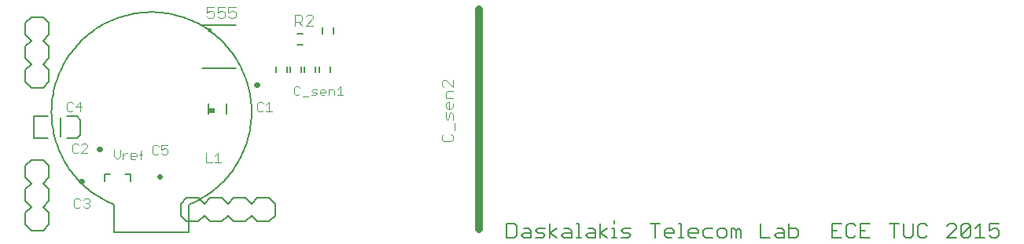
<source format=gto>
G75*
%MOIN*%
%OFA0B0*%
%FSLAX24Y24*%
%IPPOS*%
%LPD*%
%AMOC8*
5,1,8,0,0,1.08239X$1,22.5*
%
%ADD10C,0.0040*%
%ADD11C,0.0030*%
%ADD12C,0.0050*%
%ADD13C,0.0000*%
%ADD14C,0.0320*%
%ADD15C,0.0060*%
%ADD16C,0.0080*%
%ADD17C,0.0220*%
%ADD18R,0.0266X0.0197*%
D10*
X019900Y004765D02*
X019977Y004688D01*
X020284Y004688D01*
X020360Y004765D01*
X020360Y004918D01*
X020284Y004995D01*
X020437Y005149D02*
X020437Y005456D01*
X020360Y005609D02*
X020360Y005839D01*
X020284Y005916D01*
X020207Y005839D01*
X020207Y005686D01*
X020130Y005609D01*
X020054Y005686D01*
X020054Y005916D01*
X020130Y006069D02*
X020054Y006146D01*
X020054Y006300D01*
X020130Y006376D01*
X020207Y006376D01*
X020207Y006069D01*
X020284Y006069D02*
X020130Y006069D01*
X020284Y006069D02*
X020360Y006146D01*
X020360Y006300D01*
X020360Y006530D02*
X020054Y006530D01*
X020054Y006760D01*
X020130Y006837D01*
X020360Y006837D01*
X020360Y006990D02*
X020054Y007297D01*
X019977Y007297D01*
X019900Y007220D01*
X019900Y007067D01*
X019977Y006990D01*
X020360Y006990D02*
X020360Y007297D01*
X019977Y004995D02*
X019900Y004918D01*
X019900Y004765D01*
X014436Y009609D02*
X014129Y009609D01*
X014436Y009916D01*
X014436Y009993D01*
X014359Y010070D01*
X014205Y010070D01*
X014129Y009993D01*
X013975Y009993D02*
X013975Y009840D01*
X013898Y009763D01*
X013668Y009763D01*
X013668Y009609D02*
X013668Y010070D01*
X013898Y010070D01*
X013975Y009993D01*
X013822Y009763D02*
X013975Y009609D01*
X011156Y010001D02*
X011079Y009924D01*
X010926Y009924D01*
X010849Y010001D01*
X010849Y010155D02*
X011002Y010231D01*
X011079Y010231D01*
X011156Y010155D01*
X011156Y010001D01*
X010849Y010155D02*
X010849Y010385D01*
X011156Y010385D01*
X010695Y010385D02*
X010388Y010385D01*
X010388Y010155D01*
X010542Y010231D01*
X010619Y010231D01*
X010695Y010155D01*
X010695Y010001D01*
X010619Y009924D01*
X010465Y009924D01*
X010388Y010001D01*
X010235Y010001D02*
X010158Y009924D01*
X010005Y009924D01*
X009928Y010001D01*
X009928Y010155D02*
X010082Y010231D01*
X010158Y010231D01*
X010235Y010155D01*
X010235Y010001D01*
X009928Y010155D02*
X009928Y010385D01*
X010235Y010385D01*
D11*
X013624Y006960D02*
X013624Y006713D01*
X013686Y006652D01*
X013809Y006652D01*
X013871Y006713D01*
X013992Y006590D02*
X014239Y006590D01*
X014360Y006652D02*
X014546Y006652D01*
X014607Y006713D01*
X014546Y006775D01*
X014422Y006775D01*
X014360Y006837D01*
X014422Y006899D01*
X014607Y006899D01*
X014729Y006837D02*
X014790Y006899D01*
X014914Y006899D01*
X014976Y006837D01*
X014976Y006775D01*
X014729Y006775D01*
X014729Y006713D02*
X014729Y006837D01*
X014729Y006713D02*
X014790Y006652D01*
X014914Y006652D01*
X015097Y006652D02*
X015097Y006899D01*
X015282Y006899D01*
X015344Y006837D01*
X015344Y006652D01*
X015465Y006652D02*
X015712Y006652D01*
X015589Y006652D02*
X015589Y007022D01*
X015465Y006899D01*
X013871Y006960D02*
X013809Y007022D01*
X013686Y007022D01*
X013624Y006960D01*
D12*
X010774Y006294D02*
X010774Y005861D01*
X009987Y005861D02*
X009987Y006294D01*
X003747Y005690D02*
X003747Y004890D01*
X022650Y001209D02*
X022650Y000599D01*
X022955Y000599D01*
X023057Y000700D01*
X023057Y001107D01*
X022955Y001209D01*
X022650Y001209D01*
X023359Y001006D02*
X023563Y001006D01*
X023664Y000904D01*
X023664Y000599D01*
X023359Y000599D01*
X023257Y000700D01*
X023359Y000802D01*
X023664Y000802D01*
X023865Y000904D02*
X023967Y001006D01*
X024272Y001006D01*
X024473Y001209D02*
X024473Y000599D01*
X024473Y000802D02*
X024778Y001006D01*
X025081Y001006D02*
X025284Y001006D01*
X025386Y000904D01*
X025386Y000599D01*
X025081Y000599D01*
X024979Y000700D01*
X025081Y000802D01*
X025386Y000802D01*
X025587Y000599D02*
X025790Y000599D01*
X025689Y000599D02*
X025689Y001209D01*
X025587Y001209D01*
X026094Y001006D02*
X026297Y001006D01*
X026399Y000904D01*
X026399Y000599D01*
X026094Y000599D01*
X025992Y000700D01*
X026094Y000802D01*
X026399Y000802D01*
X026600Y000802D02*
X026905Y001006D01*
X027106Y001006D02*
X027208Y001006D01*
X027208Y000599D01*
X027106Y000599D02*
X027310Y000599D01*
X027511Y000599D02*
X027817Y000599D01*
X027918Y000700D01*
X027817Y000802D01*
X027613Y000802D01*
X027511Y000904D01*
X027613Y001006D01*
X027918Y001006D01*
X027208Y001209D02*
X027208Y001311D01*
X026600Y001209D02*
X026600Y000599D01*
X026600Y000802D02*
X026905Y000599D01*
X028727Y001209D02*
X029134Y001209D01*
X028930Y001209D02*
X028930Y000599D01*
X029334Y000700D02*
X029334Y000904D01*
X029436Y001006D01*
X029640Y001006D01*
X029741Y000904D01*
X029741Y000802D01*
X029334Y000802D01*
X029334Y000700D02*
X029436Y000599D01*
X029640Y000599D01*
X029942Y000599D02*
X030146Y000599D01*
X030044Y000599D02*
X030044Y001209D01*
X029942Y001209D01*
X030347Y000904D02*
X030449Y001006D01*
X030653Y001006D01*
X030754Y000904D01*
X030754Y000802D01*
X030347Y000802D01*
X030347Y000700D02*
X030347Y000904D01*
X030347Y000700D02*
X030449Y000599D01*
X030653Y000599D01*
X030955Y000700D02*
X031057Y000599D01*
X031362Y000599D01*
X031563Y000700D02*
X031665Y000599D01*
X031868Y000599D01*
X031970Y000700D01*
X031970Y000904D01*
X031868Y001006D01*
X031665Y001006D01*
X031563Y000904D01*
X031563Y000700D01*
X031057Y001006D02*
X030955Y000904D01*
X030955Y000700D01*
X031057Y001006D02*
X031362Y001006D01*
X032171Y001006D02*
X032272Y001006D01*
X032374Y000904D01*
X032476Y001006D01*
X032578Y000904D01*
X032578Y000599D01*
X032374Y000599D02*
X032374Y000904D01*
X032171Y001006D02*
X032171Y000599D01*
X033386Y000599D02*
X033793Y000599D01*
X033994Y000700D02*
X034095Y000599D01*
X034401Y000599D01*
X034401Y000904D01*
X034299Y001006D01*
X034095Y001006D01*
X034601Y001006D02*
X034907Y001006D01*
X035008Y000904D01*
X035008Y000700D01*
X034907Y000599D01*
X034601Y000599D01*
X034601Y001209D01*
X033386Y001209D02*
X033386Y000599D01*
X033994Y000700D02*
X034095Y000802D01*
X034401Y000802D01*
X036425Y000904D02*
X036628Y000904D01*
X037032Y001107D02*
X037032Y000700D01*
X037134Y000599D01*
X037338Y000599D01*
X037439Y000700D01*
X037640Y000599D02*
X038047Y000599D01*
X037640Y000599D02*
X037640Y001209D01*
X038047Y001209D01*
X037439Y001107D02*
X037338Y001209D01*
X037134Y001209D01*
X037032Y001107D01*
X036832Y001209D02*
X036425Y001209D01*
X036425Y000599D01*
X036832Y000599D01*
X037640Y000904D02*
X037843Y000904D01*
X038855Y001209D02*
X039262Y001209D01*
X039463Y001209D02*
X039463Y000700D01*
X039565Y000599D01*
X039768Y000599D01*
X039870Y000700D01*
X039870Y001209D01*
X040071Y001107D02*
X040071Y000700D01*
X040173Y000599D01*
X040376Y000599D01*
X040478Y000700D01*
X041286Y000599D02*
X041693Y001006D01*
X041693Y001107D01*
X041592Y001209D01*
X041388Y001209D01*
X041286Y001107D01*
X041894Y001107D02*
X041996Y001209D01*
X042199Y001209D01*
X042301Y001107D01*
X041894Y000700D01*
X041996Y000599D01*
X042199Y000599D01*
X042301Y000700D01*
X042301Y001107D01*
X042502Y001006D02*
X042705Y001209D01*
X042705Y000599D01*
X042502Y000599D02*
X042909Y000599D01*
X043109Y000700D02*
X043211Y000599D01*
X043415Y000599D01*
X043516Y000700D01*
X043516Y000904D01*
X043415Y001006D01*
X043313Y001006D01*
X043109Y000904D01*
X043109Y001209D01*
X043516Y001209D01*
X041894Y001107D02*
X041894Y000700D01*
X041693Y000599D02*
X041286Y000599D01*
X040478Y001107D02*
X040376Y001209D01*
X040173Y001209D01*
X040071Y001107D01*
X039059Y001209D02*
X039059Y000599D01*
X024778Y000599D02*
X024473Y000802D01*
X024272Y000700D02*
X024170Y000802D01*
X023967Y000802D01*
X023865Y000904D01*
X024170Y000599D02*
X024272Y000700D01*
X024170Y000599D02*
X023865Y000599D01*
D13*
X010543Y003802D02*
X010276Y003802D01*
X010175Y003802D02*
X009908Y003802D01*
X009908Y004202D01*
X010276Y004069D02*
X010410Y004202D01*
X010410Y003802D01*
X008260Y004184D02*
X008193Y004117D01*
X008060Y004117D01*
X007993Y004184D01*
X007891Y004184D02*
X007825Y004117D01*
X007691Y004117D01*
X007625Y004184D01*
X007625Y004451D01*
X007691Y004517D01*
X007825Y004517D01*
X007891Y004451D01*
X007993Y004517D02*
X007993Y004317D01*
X008126Y004384D01*
X008193Y004384D01*
X008260Y004317D01*
X008260Y004184D01*
X008260Y004517D02*
X007993Y004517D01*
X007187Y004320D02*
X007121Y004254D01*
X007121Y003920D01*
X007054Y004120D02*
X007187Y004120D01*
X006953Y004120D02*
X006953Y004054D01*
X006686Y004054D01*
X006686Y004120D02*
X006752Y004187D01*
X006886Y004187D01*
X006953Y004120D01*
X006886Y003920D02*
X006752Y003920D01*
X006686Y003987D01*
X006686Y004120D01*
X006579Y004187D02*
X006512Y004187D01*
X006379Y004054D01*
X006277Y004054D02*
X006277Y004320D01*
X006379Y004187D02*
X006379Y003920D01*
X006277Y004054D02*
X006144Y003920D01*
X006010Y004054D01*
X006010Y004320D01*
X004874Y004196D02*
X004607Y004196D01*
X004874Y004463D01*
X004874Y004529D01*
X004807Y004596D01*
X004674Y004596D01*
X004607Y004529D01*
X004506Y004529D02*
X004439Y004596D01*
X004305Y004596D01*
X004239Y004529D01*
X004239Y004262D01*
X004305Y004196D01*
X004439Y004196D01*
X004506Y004262D01*
X004571Y005967D02*
X004571Y006368D01*
X004371Y006168D01*
X004638Y006168D01*
X004269Y006301D02*
X004203Y006368D01*
X004069Y006368D01*
X004003Y006301D01*
X004003Y006034D01*
X004069Y005967D01*
X004203Y005967D01*
X004269Y006034D01*
X012073Y006034D02*
X012140Y005967D01*
X012274Y005967D01*
X012340Y006034D01*
X012442Y005967D02*
X012709Y005967D01*
X012575Y005967D02*
X012575Y006368D01*
X012442Y006234D01*
X012340Y006301D02*
X012274Y006368D01*
X012140Y006368D01*
X012073Y006301D01*
X012073Y006034D01*
X004953Y002207D02*
X004886Y002273D01*
X004753Y002273D01*
X004686Y002207D01*
X004584Y002207D02*
X004518Y002273D01*
X004384Y002273D01*
X004317Y002207D01*
X004317Y001940D01*
X004384Y001873D01*
X004518Y001873D01*
X004584Y001940D01*
X004686Y001940D02*
X004753Y001873D01*
X004886Y001873D01*
X004953Y001940D01*
X004953Y002006D01*
X004886Y002073D01*
X004819Y002073D01*
X004886Y002073D02*
X004953Y002140D01*
X004953Y002207D01*
D14*
X021483Y000967D02*
X021483Y010298D01*
D15*
X015302Y009511D02*
X015302Y009274D01*
X014829Y009274D02*
X014829Y009511D01*
X014003Y009267D02*
X013766Y009267D01*
X013766Y008794D02*
X014003Y008794D01*
X013936Y007853D02*
X013936Y007617D01*
X014077Y007613D02*
X014077Y007849D01*
X014550Y007849D02*
X014550Y007613D01*
X014703Y007617D02*
X014703Y007853D01*
X015176Y007853D02*
X015176Y007617D01*
X013463Y007617D02*
X013463Y007853D01*
X013345Y007853D02*
X013345Y007617D01*
X012873Y007617D02*
X012873Y007853D01*
X011156Y007779D02*
X009736Y007779D01*
X009736Y009639D02*
X011156Y009639D01*
D16*
X002497Y000900D02*
X002247Y001150D01*
X002247Y001650D01*
X002497Y001900D01*
X002247Y002150D01*
X002247Y002650D01*
X002497Y002900D01*
X002247Y003150D01*
X002247Y003650D01*
X002497Y003900D01*
X002997Y003900D01*
X003247Y003650D01*
X003247Y003150D01*
X002997Y002900D01*
X003247Y002650D01*
X003247Y002150D01*
X002997Y001900D01*
X003247Y001650D01*
X003247Y001150D01*
X002997Y000900D01*
X002497Y000900D01*
X006017Y000819D02*
X006017Y002000D01*
X008821Y002028D02*
X008821Y001528D01*
X009071Y001278D01*
X009571Y001278D01*
X009821Y001528D01*
X010071Y001278D01*
X010571Y001278D01*
X010821Y001528D01*
X011071Y001278D01*
X011571Y001278D01*
X011821Y001528D01*
X012071Y001278D01*
X012571Y001278D01*
X012821Y001528D01*
X012821Y002028D01*
X012571Y002278D01*
X012071Y002278D01*
X011821Y002028D01*
X011571Y002278D01*
X011071Y002278D01*
X010821Y002028D01*
X010571Y002278D01*
X010071Y002278D01*
X009821Y002028D01*
X009571Y002278D01*
X009071Y002278D01*
X008821Y002028D01*
X009167Y002000D02*
X009167Y000819D01*
X006017Y000819D01*
X005593Y002977D02*
X005593Y003292D01*
X005829Y003292D01*
X006459Y003292D02*
X006695Y003292D01*
X006695Y002977D01*
X004581Y004975D02*
X004423Y004818D01*
X003990Y004818D01*
X004581Y004975D02*
X004581Y005605D01*
X004423Y005763D01*
X003990Y005763D01*
X003203Y005763D02*
X002612Y005763D01*
X002612Y004818D01*
X003203Y004818D01*
X006017Y002000D02*
X005898Y002050D01*
X005780Y002104D01*
X005664Y002161D01*
X005550Y002221D01*
X005437Y002285D01*
X005327Y002353D01*
X005219Y002423D01*
X005113Y002497D01*
X005009Y002575D01*
X004908Y002655D01*
X004809Y002738D01*
X004712Y002825D01*
X004619Y002914D01*
X004528Y003006D01*
X004440Y003101D01*
X004355Y003199D01*
X004273Y003299D01*
X004194Y003401D01*
X004118Y003506D01*
X004046Y003613D01*
X003976Y003722D01*
X003911Y003834D01*
X003848Y003947D01*
X003789Y004062D01*
X003734Y004179D01*
X003682Y004297D01*
X003634Y004417D01*
X003589Y004539D01*
X003548Y004662D01*
X003511Y004786D01*
X003478Y004911D01*
X003449Y005037D01*
X003423Y005163D01*
X003402Y005291D01*
X003384Y005419D01*
X003370Y005548D01*
X003360Y005677D01*
X003354Y005806D01*
X003352Y005935D01*
X003354Y006065D01*
X003360Y006194D01*
X003370Y006323D01*
X003383Y006451D01*
X003401Y006579D01*
X003423Y006707D01*
X003448Y006834D01*
X003477Y006960D01*
X003510Y007085D01*
X003547Y007209D01*
X003588Y007332D01*
X003632Y007453D01*
X003680Y007573D01*
X003732Y007692D01*
X003787Y007809D01*
X003846Y007924D01*
X003909Y008037D01*
X003974Y008149D01*
X004044Y008258D01*
X004116Y008365D01*
X004192Y008470D01*
X004271Y008573D01*
X004353Y008673D01*
X004438Y008770D01*
X004525Y008865D01*
X004616Y008957D01*
X004710Y009047D01*
X004806Y009133D01*
X004905Y009217D01*
X005006Y009297D01*
X005110Y009374D01*
X005216Y009449D01*
X005324Y009519D01*
X005434Y009587D01*
X005547Y009651D01*
X005661Y009712D01*
X005777Y009769D01*
X005895Y009822D01*
X006014Y009872D01*
X006135Y009919D01*
X006257Y009961D01*
X006380Y010000D01*
X006505Y010035D01*
X006630Y010066D01*
X006757Y010094D01*
X006884Y010117D01*
X007012Y010137D01*
X007140Y010153D01*
X007269Y010165D01*
X007398Y010173D01*
X007527Y010177D01*
X007657Y010177D01*
X007786Y010173D01*
X007915Y010165D01*
X008044Y010153D01*
X008172Y010137D01*
X008300Y010117D01*
X008427Y010094D01*
X008554Y010066D01*
X008679Y010035D01*
X008804Y010000D01*
X008927Y009961D01*
X009049Y009919D01*
X009170Y009872D01*
X009289Y009822D01*
X009407Y009769D01*
X009523Y009712D01*
X009637Y009651D01*
X009750Y009587D01*
X009860Y009519D01*
X009968Y009449D01*
X010074Y009374D01*
X010178Y009297D01*
X010279Y009217D01*
X010378Y009133D01*
X010474Y009047D01*
X010568Y008957D01*
X010659Y008865D01*
X010746Y008770D01*
X010831Y008673D01*
X010913Y008573D01*
X010992Y008470D01*
X011068Y008365D01*
X011140Y008258D01*
X011210Y008149D01*
X011275Y008037D01*
X011338Y007924D01*
X011397Y007809D01*
X011452Y007692D01*
X011504Y007573D01*
X011552Y007453D01*
X011596Y007332D01*
X011637Y007209D01*
X011674Y007085D01*
X011707Y006960D01*
X011736Y006834D01*
X011761Y006707D01*
X011783Y006579D01*
X011801Y006451D01*
X011814Y006323D01*
X011824Y006194D01*
X011830Y006065D01*
X011832Y005935D01*
X011830Y005806D01*
X011824Y005677D01*
X011814Y005548D01*
X011800Y005419D01*
X011782Y005291D01*
X011761Y005163D01*
X011735Y005037D01*
X011706Y004911D01*
X011673Y004786D01*
X011636Y004662D01*
X011595Y004539D01*
X011550Y004417D01*
X011502Y004297D01*
X011450Y004179D01*
X011395Y004062D01*
X011336Y003947D01*
X011273Y003834D01*
X011208Y003722D01*
X011138Y003613D01*
X011066Y003506D01*
X010990Y003401D01*
X010911Y003299D01*
X010829Y003199D01*
X010744Y003101D01*
X010656Y003006D01*
X010565Y002914D01*
X010472Y002825D01*
X010375Y002738D01*
X010276Y002655D01*
X010175Y002575D01*
X010071Y002497D01*
X009965Y002423D01*
X009857Y002353D01*
X009747Y002285D01*
X009634Y002221D01*
X009520Y002161D01*
X009404Y002104D01*
X009286Y002050D01*
X009167Y002000D01*
X003243Y007213D02*
X002993Y006963D01*
X002493Y006963D01*
X002243Y007213D01*
X002243Y007713D01*
X002493Y007963D01*
X002243Y008213D01*
X002243Y008713D01*
X002493Y008963D01*
X002243Y009213D01*
X002243Y009713D01*
X002493Y009963D01*
X002993Y009963D01*
X003243Y009713D01*
X003243Y009213D01*
X002993Y008963D01*
X003243Y008713D01*
X003243Y008213D01*
X002993Y007963D01*
X003243Y007713D01*
X003243Y007213D01*
X009999Y009419D02*
X010001Y009434D01*
X010007Y009447D01*
X010016Y009459D01*
X010027Y009468D01*
X010041Y009474D01*
X010056Y009476D01*
X010071Y009474D01*
X010084Y009468D01*
X010096Y009459D01*
X010105Y009448D01*
X010111Y009434D01*
X010113Y009419D01*
X010111Y009404D01*
X010105Y009391D01*
X010096Y009379D01*
X010085Y009370D01*
X010071Y009364D01*
X010056Y009362D01*
X010041Y009364D01*
X010028Y009370D01*
X010016Y009379D01*
X010007Y009390D01*
X010001Y009404D01*
X009999Y009419D01*
D17*
X012035Y007081D02*
X012059Y007081D01*
X005386Y004349D02*
X005362Y004349D01*
X007928Y003192D02*
X007952Y003192D01*
X004638Y002981D02*
X004614Y002981D01*
D18*
X010139Y005979D03*
M02*

</source>
